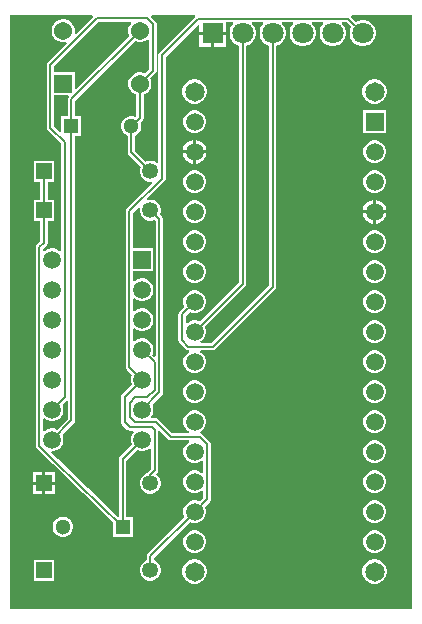
<source format=gtl>
G04*
G04 #@! TF.GenerationSoftware,Altium Limited,Altium Designer,21.9.1 (22)*
G04*
G04 Layer_Physical_Order=1*
G04 Layer_Color=255*
%FSLAX25Y25*%
%MOIN*%
G70*
G04*
G04 #@! TF.SameCoordinates,04C95DCE-10AD-4B50-8E95-557A3389731F*
G04*
G04*
G04 #@! TF.FilePolarity,Positive*
G04*
G01*
G75*
%ADD19C,0.06063*%
%ADD20R,0.06063X0.06063*%
%ADD28C,0.00800*%
%ADD29C,0.07087*%
%ADD30R,0.07087X0.07087*%
%ADD31C,0.05118*%
%ADD32R,0.05118X0.05118*%
%ADD33C,0.05937*%
%ADD34R,0.05906X0.05906*%
%ADD35C,0.05906*%
%ADD36R,0.05937X0.05937*%
%ADD37C,0.06500*%
%ADD38R,0.05315X0.05315*%
%ADD39C,0.05315*%
G36*
X118000Y96000D02*
X252000D01*
Y294000D01*
X231937D01*
X231730Y293500D01*
X233418Y291813D01*
X233823Y292047D01*
X234928Y292343D01*
X236072D01*
X237176Y292047D01*
X238167Y291476D01*
X238976Y290667D01*
X239547Y289676D01*
X239843Y288572D01*
Y287428D01*
X239547Y286323D01*
X238976Y285333D01*
X238167Y284524D01*
X237176Y283953D01*
X236072Y283657D01*
X234928D01*
X233823Y283953D01*
X232833Y284524D01*
X232025Y285333D01*
X231453Y286323D01*
X231157Y287428D01*
Y288572D01*
X231453Y289676D01*
X231687Y290083D01*
X230193Y291577D01*
X228773D01*
X228566Y291076D01*
X228976Y290667D01*
X229547Y289676D01*
X229843Y288572D01*
Y287428D01*
X229547Y286323D01*
X228976Y285333D01*
X228167Y284524D01*
X227176Y283953D01*
X226072Y283657D01*
X224928D01*
X223823Y283953D01*
X222833Y284524D01*
X222024Y285333D01*
X221453Y286323D01*
X221157Y287428D01*
Y288572D01*
X221453Y289676D01*
X222024Y290667D01*
X222434Y291076D01*
X222227Y291577D01*
X218773D01*
X218566Y291076D01*
X218975Y290667D01*
X219547Y289676D01*
X219843Y288572D01*
Y287428D01*
X219547Y286323D01*
X218975Y285333D01*
X218167Y284524D01*
X217177Y283953D01*
X216072Y283657D01*
X214928D01*
X213824Y283953D01*
X212833Y284524D01*
X212024Y285333D01*
X211453Y286323D01*
X211157Y287428D01*
Y288572D01*
X211453Y289676D01*
X212024Y290667D01*
X212434Y291076D01*
X212227Y291577D01*
X208773D01*
X208566Y291076D01*
X208976Y290667D01*
X209547Y289676D01*
X209843Y288572D01*
Y287428D01*
X209547Y286323D01*
X208976Y285333D01*
X208167Y284524D01*
X207176Y283953D01*
X206723Y283831D01*
Y203500D01*
X206630Y203032D01*
X206365Y202635D01*
X186365Y182635D01*
X185968Y182370D01*
X185500Y182276D01*
X181496D01*
X181362Y181776D01*
X181814Y181516D01*
X182516Y180814D01*
X183012Y179955D01*
X183268Y178996D01*
Y178004D01*
X183012Y177045D01*
X182516Y176186D01*
X181814Y175484D01*
X180955Y174988D01*
X179996Y174732D01*
X179004D01*
X178045Y174988D01*
X177186Y175484D01*
X176484Y176186D01*
X175988Y177045D01*
X175732Y178004D01*
Y178996D01*
X175988Y179955D01*
X176484Y180814D01*
X177186Y181516D01*
X177638Y181776D01*
X177504Y182276D01*
X177400D01*
X176932Y182370D01*
X176535Y182635D01*
X174435Y184735D01*
X174170Y185132D01*
X174076Y185600D01*
Y194300D01*
X174170Y194768D01*
X174435Y195165D01*
X176108Y196838D01*
X175988Y197045D01*
X175732Y198004D01*
Y198996D01*
X175988Y199955D01*
X176484Y200814D01*
X177186Y201516D01*
X178045Y202012D01*
X179004Y202269D01*
X179996D01*
X180955Y202012D01*
X181814Y201516D01*
X182516Y200814D01*
X183012Y199955D01*
X183268Y198996D01*
Y198004D01*
X183012Y197045D01*
X182516Y196186D01*
X181814Y195484D01*
X180955Y194988D01*
X179996Y194731D01*
X179004D01*
X178045Y194988D01*
X177838Y195108D01*
X176523Y193793D01*
Y191506D01*
X176985Y191315D01*
X177186Y191516D01*
X178045Y192012D01*
X179004Y192269D01*
X179996D01*
X180955Y192012D01*
X181162Y191892D01*
X194276Y205007D01*
Y283831D01*
X193824Y283953D01*
X192833Y284524D01*
X192025Y285333D01*
X191453Y286323D01*
X191157Y287428D01*
Y288572D01*
X191453Y289676D01*
X192025Y290667D01*
X192434Y291076D01*
X192227Y291577D01*
X190043D01*
Y288500D01*
X180957D01*
Y290573D01*
X180495Y290764D01*
X169824Y280093D01*
Y239500D01*
X169730Y239032D01*
X169465Y238635D01*
X163638Y232808D01*
X163897Y232360D01*
X164261Y232457D01*
X165172D01*
X166051Y232222D01*
X166840Y231767D01*
X167483Y231123D01*
X167938Y230334D01*
X168174Y229455D01*
Y228545D01*
X167938Y227665D01*
X167881Y227566D01*
X168618Y226829D01*
X168883Y226432D01*
X168976Y225964D01*
Y168253D01*
X168883Y167785D01*
X168618Y167388D01*
X165381Y164150D01*
X165497Y163949D01*
X165753Y162994D01*
Y162006D01*
X165497Y161051D01*
X165003Y160196D01*
X164840Y160033D01*
X165031Y159571D01*
X166746D01*
X167214Y159478D01*
X167611Y159212D01*
X172100Y154724D01*
X177504D01*
X177638Y155224D01*
X177186Y155484D01*
X176484Y156186D01*
X175988Y157045D01*
X175732Y158004D01*
Y158996D01*
X175988Y159955D01*
X176484Y160814D01*
X177186Y161516D01*
X178045Y162012D01*
X179004Y162268D01*
X179996D01*
X180955Y162012D01*
X181814Y161516D01*
X182516Y160814D01*
X183012Y159955D01*
X183268Y158996D01*
Y158004D01*
X183012Y157045D01*
X182516Y156186D01*
X181814Y155484D01*
X181333Y155207D01*
X181420Y154680D01*
X181668Y154630D01*
X182065Y154365D01*
X184565Y151865D01*
X184830Y151468D01*
X184924Y151000D01*
Y132700D01*
X184830Y132232D01*
X184565Y131835D01*
X182892Y130162D01*
X183012Y129955D01*
X183268Y128996D01*
Y128004D01*
X183012Y127045D01*
X182516Y126186D01*
X181814Y125484D01*
X180955Y124988D01*
X179996Y124732D01*
X179004D01*
X178045Y124988D01*
X177838Y125108D01*
X165940Y113210D01*
Y112252D01*
X166051Y112222D01*
X166840Y111767D01*
X167483Y111123D01*
X167938Y110335D01*
X168174Y109455D01*
Y108545D01*
X167938Y107666D01*
X167483Y106877D01*
X166840Y106233D01*
X166051Y105778D01*
X165172Y105543D01*
X164261D01*
X163382Y105778D01*
X162594Y106233D01*
X161950Y106877D01*
X161495Y107666D01*
X161259Y108545D01*
Y109455D01*
X161495Y110335D01*
X161950Y111123D01*
X162594Y111767D01*
X163382Y112222D01*
X163493Y112252D01*
Y113717D01*
X163586Y114185D01*
X163851Y114582D01*
X176108Y126838D01*
X175988Y127045D01*
X175732Y128004D01*
Y128996D01*
X175988Y129955D01*
X176484Y130814D01*
X177186Y131516D01*
X178045Y132012D01*
X179004Y132269D01*
X179996D01*
X180955Y132012D01*
X181162Y131892D01*
X182476Y133207D01*
Y135494D01*
X182015Y135685D01*
X181814Y135484D01*
X180955Y134988D01*
X179996Y134731D01*
X179004D01*
X178045Y134988D01*
X177186Y135484D01*
X176484Y136186D01*
X175988Y137045D01*
X175732Y138004D01*
Y138996D01*
X175988Y139955D01*
X176484Y140814D01*
X177186Y141516D01*
X178045Y142012D01*
X179004Y142269D01*
X179996D01*
X180955Y142012D01*
X181814Y141516D01*
X182015Y141315D01*
X182476Y141506D01*
Y145494D01*
X182015Y145685D01*
X181814Y145484D01*
X180955Y144988D01*
X179996Y144731D01*
X179004D01*
X178045Y144988D01*
X177186Y145484D01*
X176484Y146186D01*
X175988Y147045D01*
X175732Y148004D01*
Y148996D01*
X175988Y149955D01*
X176484Y150814D01*
X177186Y151516D01*
X177638Y151777D01*
X177504Y152277D01*
X171593D01*
X171125Y152370D01*
X170728Y152635D01*
X167923Y155439D01*
X167423Y155232D01*
Y142300D01*
X167330Y141832D01*
X167065Y141435D01*
X166788Y141158D01*
X166840Y140767D01*
X167483Y140123D01*
X167938Y139334D01*
X168174Y138455D01*
Y137545D01*
X167938Y136665D01*
X167483Y135877D01*
X166840Y135233D01*
X166051Y134778D01*
X165172Y134543D01*
X164261D01*
X163382Y134778D01*
X162594Y135233D01*
X161950Y135877D01*
X161495Y136665D01*
X161259Y137545D01*
Y138455D01*
X161495Y139334D01*
X161950Y140123D01*
X162594Y140767D01*
X163382Y141222D01*
X163584Y141276D01*
X163586Y141285D01*
X163851Y141682D01*
X164977Y142807D01*
Y149516D01*
X164515Y149707D01*
X164304Y149497D01*
X163449Y149003D01*
X162494Y148747D01*
X161506D01*
X160552Y149003D01*
X160350Y149119D01*
X156771Y145540D01*
Y126859D01*
X158906D01*
Y120141D01*
X152188D01*
Y125034D01*
X132252Y144218D01*
X132245Y144228D01*
X132235Y144235D01*
X126935Y149535D01*
X126670Y149932D01*
X126576Y150400D01*
Y216700D01*
X126670Y217168D01*
X126935Y217565D01*
X128060Y218690D01*
Y225542D01*
X125826D01*
Y232457D01*
X128060D01*
Y238543D01*
X125826D01*
Y245458D01*
X132741D01*
Y238543D01*
X130507D01*
Y232457D01*
X132741D01*
Y225542D01*
X130507D01*
Y218183D01*
X130414Y217715D01*
X130149Y217318D01*
X129024Y216193D01*
Y215484D01*
X129485Y215293D01*
X129696Y215503D01*
X130552Y215997D01*
X131506Y216253D01*
X132494D01*
X133449Y215997D01*
X134304Y215503D01*
X134515Y215293D01*
X134976Y215484D01*
Y251193D01*
X130535Y255635D01*
X130270Y256032D01*
X130176Y256500D01*
Y277500D01*
X130270Y277968D01*
X130535Y278365D01*
X136851Y284681D01*
X136592Y285129D01*
X136209Y285027D01*
X135200D01*
X134226Y285288D01*
X133352Y285792D01*
X132639Y286506D01*
X132134Y287379D01*
X131873Y288354D01*
Y289363D01*
X132134Y290337D01*
X132639Y291211D01*
X133352Y291924D01*
X134226Y292429D01*
X135200Y292690D01*
X136209D01*
X137184Y292429D01*
X138057Y291924D01*
X138771Y291211D01*
X139275Y290337D01*
X139536Y289363D01*
Y288354D01*
X139434Y287971D01*
X139882Y287712D01*
X145670Y293500D01*
X145463Y294000D01*
X118000D01*
Y96000D01*
D02*
G37*
G36*
X132624Y276993D02*
Y274973D01*
X139536D01*
Y269483D01*
X139998Y269291D01*
X157857Y287150D01*
X157725Y287379D01*
X157464Y288354D01*
Y289363D01*
X157725Y290337D01*
X158229Y291211D01*
X158433Y291415D01*
X158242Y291877D01*
X147507D01*
X132624Y276993D01*
D02*
G37*
G36*
Y257007D02*
X134632Y254998D01*
X135094Y255190D01*
Y260359D01*
X137229D01*
Y266016D01*
X137322Y266484D01*
X137540Y266810D01*
X137399Y267310D01*
X132624D01*
Y257007D01*
D02*
G37*
G36*
X165030Y293500D02*
X166465Y292065D01*
X166730Y291668D01*
X166823Y291200D01*
Y275447D01*
X166730Y274978D01*
X166465Y274581D01*
X164733Y272850D01*
X164866Y272621D01*
X165127Y271646D01*
Y270637D01*
X164866Y269663D01*
X164361Y268789D01*
X163648Y268076D01*
X162774Y267571D01*
X162519Y267503D01*
Y259842D01*
X162426Y259374D01*
X162160Y258977D01*
X161545Y258362D01*
X161583Y258296D01*
X161812Y257442D01*
Y256558D01*
X161583Y255703D01*
X161141Y254938D01*
X160515Y254312D01*
X159749Y253870D01*
X159676Y253850D01*
Y248771D01*
X163283Y245164D01*
X163382Y245222D01*
X164261Y245458D01*
X165172D01*
X166051Y245222D01*
X166840Y244767D01*
X166915Y244692D01*
X167376Y244883D01*
Y280600D01*
X167470Y281068D01*
X167735Y281465D01*
X179770Y293500D01*
X179563Y294000D01*
X165237D01*
X165030Y293500D01*
D02*
G37*
G36*
X163648Y285792D02*
X162774Y285288D01*
X161800Y285027D01*
X160791D01*
X159816Y285288D01*
X159587Y285420D01*
X139676Y265509D01*
Y260359D01*
X141812D01*
Y253641D01*
X139676D01*
Y158953D01*
X139583Y158485D01*
X139318Y158088D01*
X135380Y154150D01*
X135497Y153948D01*
X135753Y152994D01*
Y152006D01*
X135497Y151051D01*
X135003Y150196D01*
X134304Y149497D01*
X133449Y149003D01*
X132494Y148747D01*
X131890D01*
X131683Y148247D01*
X133957Y145974D01*
X153821Y126859D01*
X154324D01*
Y146047D01*
X154417Y146515D01*
X154682Y146912D01*
X158619Y150850D01*
X158503Y151051D01*
X158247Y152006D01*
Y152994D01*
X158503Y153948D01*
X158997Y154804D01*
X159219Y155026D01*
X159027Y155488D01*
X157936D01*
X157468Y155581D01*
X157071Y155846D01*
X155382Y157535D01*
X155117Y157932D01*
X155024Y158400D01*
Y166747D01*
X155117Y167215D01*
X155382Y167612D01*
X158619Y170850D01*
X158503Y171052D01*
X158247Y172006D01*
Y172994D01*
X158503Y173949D01*
X158619Y174150D01*
X156935Y175835D01*
X156670Y176232D01*
X156577Y176700D01*
Y228700D01*
X156670Y229168D01*
X156935Y229565D01*
X165476Y238106D01*
X165217Y238555D01*
X165172Y238543D01*
X164261D01*
X163382Y238778D01*
X162594Y239233D01*
X161950Y239877D01*
X161495Y240666D01*
X161259Y241545D01*
Y242455D01*
X161495Y243335D01*
X161552Y243434D01*
X157588Y247399D01*
X157322Y247796D01*
X157229Y248264D01*
Y253850D01*
X157156Y253870D01*
X156390Y254312D01*
X155765Y254938D01*
X155323Y255703D01*
X155094Y256558D01*
Y257442D01*
X155323Y258296D01*
X155765Y259063D01*
X156390Y259688D01*
X157156Y260130D01*
X158011Y260359D01*
X158895D01*
X159652Y260156D01*
X159961Y260384D01*
X160072Y260516D01*
Y267503D01*
X159816Y267571D01*
X158943Y268076D01*
X158229Y268789D01*
X157725Y269663D01*
X157464Y270637D01*
Y271646D01*
X157725Y272621D01*
X158229Y273494D01*
X158943Y274208D01*
X159816Y274712D01*
X160791Y274973D01*
X161800D01*
X162774Y274712D01*
X163003Y274580D01*
X164376Y275953D01*
Y285814D01*
X163876Y286021D01*
X163648Y285792D01*
D02*
G37*
G36*
X159023Y228193D02*
Y216253D01*
X165753D01*
Y208747D01*
X159023D01*
Y205484D01*
X159485Y205293D01*
X159696Y205503D01*
X160552Y205997D01*
X161506Y206253D01*
X162494D01*
X163449Y205997D01*
X164304Y205503D01*
X165003Y204804D01*
X165497Y203948D01*
X165753Y202994D01*
Y202006D01*
X165497Y201051D01*
X165003Y200196D01*
X164304Y199497D01*
X163449Y199003D01*
X162494Y198747D01*
X161506D01*
X160552Y199003D01*
X159696Y199497D01*
X159485Y199707D01*
X159023Y199516D01*
Y195484D01*
X159485Y195293D01*
X159696Y195503D01*
X160552Y195997D01*
X161506Y196253D01*
X162494D01*
X163449Y195997D01*
X164304Y195503D01*
X165003Y194804D01*
X165497Y193948D01*
X165753Y192994D01*
Y192006D01*
X165497Y191051D01*
X165003Y190196D01*
X164304Y189497D01*
X163449Y189003D01*
X162494Y188747D01*
X161506D01*
X160552Y189003D01*
X159696Y189497D01*
X159485Y189707D01*
X159023Y189516D01*
Y185484D01*
X159485Y185293D01*
X159696Y185503D01*
X160552Y185997D01*
X161506Y186253D01*
X162494D01*
X163449Y185997D01*
X164304Y185503D01*
X165003Y184804D01*
X165497Y183949D01*
X165753Y182994D01*
Y182006D01*
X165497Y181052D01*
X165381Y180850D01*
X166067Y180163D01*
X166529Y180354D01*
Y225457D01*
X166151Y225836D01*
X166051Y225778D01*
X165172Y225542D01*
X164261D01*
X163382Y225778D01*
X162594Y226233D01*
X161950Y226877D01*
X161495Y227665D01*
X161259Y228545D01*
Y229455D01*
X161357Y229819D01*
X160908Y230078D01*
X159023Y228193D01*
D02*
G37*
G36*
X198566Y291076D02*
X198976Y290667D01*
X199547Y289676D01*
X199843Y288572D01*
Y287428D01*
X199547Y286323D01*
X198976Y285333D01*
X198167Y284524D01*
X197176Y283953D01*
X196723Y283831D01*
Y204500D01*
X196630Y204032D01*
X196365Y203635D01*
X182892Y190162D01*
X183012Y189955D01*
X183268Y188996D01*
Y188004D01*
X183012Y187045D01*
X182516Y186186D01*
X181814Y185484D01*
X181362Y185223D01*
X181496Y184723D01*
X184993D01*
X204276Y204007D01*
Y283831D01*
X203824Y283953D01*
X202833Y284524D01*
X202025Y285333D01*
X201453Y286323D01*
X201157Y287428D01*
Y288572D01*
X201453Y289676D01*
X202025Y290667D01*
X202434Y291076D01*
X202227Y291577D01*
X198773D01*
X198566Y291076D01*
D02*
G37*
G36*
X135380Y164150D02*
X135497Y163949D01*
X135753Y162994D01*
Y162006D01*
X135497Y161051D01*
X135003Y160196D01*
X134304Y159497D01*
X133449Y159003D01*
X132494Y158747D01*
X131506D01*
X130552Y159003D01*
X129696Y159497D01*
X129485Y159707D01*
X129024Y159516D01*
Y155484D01*
X129485Y155293D01*
X129696Y155503D01*
X130552Y155997D01*
X131506Y156253D01*
X132494D01*
X133449Y155997D01*
X133650Y155880D01*
X137229Y159460D01*
Y165292D01*
X136729Y165499D01*
X135380Y164150D01*
D02*
G37*
%LPC*%
G36*
X180957Y287500D02*
X185000D01*
Y283457D01*
X180957D01*
Y287500D01*
D02*
G37*
G36*
X186000D02*
X190043D01*
Y283457D01*
X186000D01*
Y287500D01*
D02*
G37*
G36*
X178967Y272550D02*
X180033D01*
X181063Y272274D01*
X181987Y271741D01*
X182741Y270987D01*
X183274Y270063D01*
X183550Y269033D01*
Y267967D01*
X183274Y266937D01*
X182741Y266013D01*
X181987Y265259D01*
X181063Y264726D01*
X180033Y264450D01*
X178967D01*
X177937Y264726D01*
X177013Y265259D01*
X176259Y266013D01*
X175726Y266937D01*
X175450Y267967D01*
Y269033D01*
X175726Y270063D01*
X176259Y270987D01*
X177013Y271741D01*
X177937Y272274D01*
X178967Y272550D01*
D02*
G37*
G36*
X238967D02*
X240033D01*
X241063Y272274D01*
X241987Y271741D01*
X242741Y270987D01*
X243274Y270063D01*
X243550Y269033D01*
Y267967D01*
X243274Y266937D01*
X242741Y266013D01*
X241987Y265259D01*
X241063Y264726D01*
X240033Y264450D01*
X238967D01*
X237937Y264726D01*
X237013Y265259D01*
X236259Y266013D01*
X235726Y266937D01*
X235450Y267967D01*
Y269033D01*
X235726Y270063D01*
X236259Y270987D01*
X237013Y271741D01*
X237937Y272274D01*
X238967Y272550D01*
D02*
G37*
G36*
X179004Y262268D02*
X179996D01*
X180955Y262012D01*
X181814Y261515D01*
X182516Y260814D01*
X183012Y259955D01*
X183268Y258996D01*
Y258004D01*
X183012Y257045D01*
X182516Y256186D01*
X181814Y255485D01*
X180955Y254988D01*
X179996Y254731D01*
X179004D01*
X178045Y254988D01*
X177186Y255485D01*
X176484Y256186D01*
X175988Y257045D01*
X175732Y258004D01*
Y258996D01*
X175988Y259955D01*
X176484Y260814D01*
X177186Y261515D01*
X178045Y262012D01*
X179004Y262268D01*
D02*
G37*
G36*
X235732D02*
X243268D01*
Y254731D01*
X235732D01*
Y262268D01*
D02*
G37*
G36*
X178978Y252468D02*
X179000D01*
Y249000D01*
X175531D01*
Y249023D01*
X175802Y250032D01*
X176324Y250937D01*
X177063Y251676D01*
X177968Y252198D01*
X178978Y252468D01*
D02*
G37*
G36*
X180000D02*
X180023D01*
X181032Y252198D01*
X181937Y251676D01*
X182676Y250937D01*
X183198Y250032D01*
X183468Y249023D01*
Y249000D01*
X180000D01*
Y252468D01*
D02*
G37*
G36*
X239004Y252269D02*
X239996D01*
X240955Y252012D01*
X241814Y251516D01*
X242515Y250814D01*
X243012Y249955D01*
X243268Y248996D01*
Y248004D01*
X243012Y247045D01*
X242515Y246186D01*
X241814Y245484D01*
X240955Y244988D01*
X239996Y244731D01*
X239004D01*
X238045Y244988D01*
X237186Y245484D01*
X236485Y246186D01*
X235988Y247045D01*
X235732Y248004D01*
Y248996D01*
X235988Y249955D01*
X236485Y250814D01*
X237186Y251516D01*
X238045Y252012D01*
X239004Y252269D01*
D02*
G37*
G36*
X175531Y248000D02*
X179000D01*
Y244531D01*
X178978D01*
X177968Y244802D01*
X177063Y245324D01*
X176324Y246063D01*
X175802Y246968D01*
X175531Y247977D01*
Y248000D01*
D02*
G37*
G36*
X180000D02*
X183468D01*
Y247977D01*
X183198Y246968D01*
X182676Y246063D01*
X181937Y245324D01*
X181032Y244802D01*
X180023Y244531D01*
X180000D01*
Y248000D01*
D02*
G37*
G36*
X179004Y242268D02*
X179996D01*
X180955Y242012D01*
X181814Y241515D01*
X182516Y240814D01*
X183012Y239955D01*
X183268Y238996D01*
Y238004D01*
X183012Y237045D01*
X182516Y236186D01*
X181814Y235485D01*
X180955Y234988D01*
X179996Y234732D01*
X179004D01*
X178045Y234988D01*
X177186Y235485D01*
X176484Y236186D01*
X175988Y237045D01*
X175732Y238004D01*
Y238996D01*
X175988Y239955D01*
X176484Y240814D01*
X177186Y241515D01*
X178045Y242012D01*
X179004Y242268D01*
D02*
G37*
G36*
X239004D02*
X239996D01*
X240955Y242012D01*
X241814Y241515D01*
X242515Y240814D01*
X243012Y239955D01*
X243268Y238996D01*
Y238004D01*
X243012Y237045D01*
X242515Y236186D01*
X241814Y235485D01*
X240955Y234988D01*
X239996Y234732D01*
X239004D01*
X238045Y234988D01*
X237186Y235485D01*
X236485Y236186D01*
X235988Y237045D01*
X235732Y238004D01*
Y238996D01*
X235988Y239955D01*
X236485Y240814D01*
X237186Y241515D01*
X238045Y242012D01*
X239004Y242268D01*
D02*
G37*
G36*
X238978Y232469D02*
X239000D01*
Y229000D01*
X235531D01*
Y229023D01*
X235802Y230032D01*
X236324Y230937D01*
X237063Y231676D01*
X237968Y232198D01*
X238978Y232469D01*
D02*
G37*
G36*
X240000D02*
X240022D01*
X241032Y232198D01*
X241937Y231676D01*
X242676Y230937D01*
X243198Y230032D01*
X243468Y229023D01*
Y229000D01*
X240000D01*
Y232469D01*
D02*
G37*
G36*
X179004Y232269D02*
X179996D01*
X180955Y232012D01*
X181814Y231516D01*
X182516Y230814D01*
X183012Y229955D01*
X183268Y228996D01*
Y228004D01*
X183012Y227045D01*
X182516Y226186D01*
X181814Y225484D01*
X180955Y224988D01*
X179996Y224731D01*
X179004D01*
X178045Y224988D01*
X177186Y225484D01*
X176484Y226186D01*
X175988Y227045D01*
X175732Y228004D01*
Y228996D01*
X175988Y229955D01*
X176484Y230814D01*
X177186Y231516D01*
X178045Y232012D01*
X179004Y232269D01*
D02*
G37*
G36*
X235531Y228000D02*
X239000D01*
Y224532D01*
X238978D01*
X237968Y224802D01*
X237063Y225324D01*
X236324Y226063D01*
X235802Y226968D01*
X235531Y227977D01*
Y228000D01*
D02*
G37*
G36*
X240000D02*
X243468D01*
Y227977D01*
X243198Y226968D01*
X242676Y226063D01*
X241937Y225324D01*
X241032Y224802D01*
X240022Y224532D01*
X240000D01*
Y228000D01*
D02*
G37*
G36*
X179004Y222269D02*
X179996D01*
X180955Y222012D01*
X181814Y221515D01*
X182516Y220814D01*
X183012Y219955D01*
X183268Y218996D01*
Y218004D01*
X183012Y217045D01*
X182516Y216186D01*
X181814Y215484D01*
X180955Y214988D01*
X179996Y214732D01*
X179004D01*
X178045Y214988D01*
X177186Y215484D01*
X176484Y216186D01*
X175988Y217045D01*
X175732Y218004D01*
Y218996D01*
X175988Y219955D01*
X176484Y220814D01*
X177186Y221515D01*
X178045Y222012D01*
X179004Y222269D01*
D02*
G37*
G36*
X239004D02*
X239996D01*
X240955Y222012D01*
X241814Y221515D01*
X242515Y220814D01*
X243012Y219955D01*
X243268Y218996D01*
Y218004D01*
X243012Y217045D01*
X242515Y216186D01*
X241814Y215484D01*
X240955Y214988D01*
X239996Y214732D01*
X239004D01*
X238045Y214988D01*
X237186Y215484D01*
X236485Y216186D01*
X235988Y217045D01*
X235732Y218004D01*
Y218996D01*
X235988Y219955D01*
X236485Y220814D01*
X237186Y221515D01*
X238045Y222012D01*
X239004Y222269D01*
D02*
G37*
G36*
X179004Y212268D02*
X179996D01*
X180955Y212012D01*
X181814Y211515D01*
X182516Y210814D01*
X183012Y209955D01*
X183268Y208996D01*
Y208004D01*
X183012Y207045D01*
X182516Y206186D01*
X181814Y205485D01*
X180955Y204988D01*
X179996Y204731D01*
X179004D01*
X178045Y204988D01*
X177186Y205485D01*
X176484Y206186D01*
X175988Y207045D01*
X175732Y208004D01*
Y208996D01*
X175988Y209955D01*
X176484Y210814D01*
X177186Y211515D01*
X178045Y212012D01*
X179004Y212268D01*
D02*
G37*
G36*
X239004D02*
X239996D01*
X240955Y212012D01*
X241814Y211515D01*
X242515Y210814D01*
X243012Y209955D01*
X243268Y208996D01*
Y208004D01*
X243012Y207045D01*
X242515Y206186D01*
X241814Y205485D01*
X240955Y204988D01*
X239996Y204731D01*
X239004D01*
X238045Y204988D01*
X237186Y205485D01*
X236485Y206186D01*
X235988Y207045D01*
X235732Y208004D01*
Y208996D01*
X235988Y209955D01*
X236485Y210814D01*
X237186Y211515D01*
X238045Y212012D01*
X239004Y212268D01*
D02*
G37*
G36*
Y202269D02*
X239996D01*
X240955Y202012D01*
X241814Y201516D01*
X242515Y200814D01*
X243012Y199955D01*
X243268Y198996D01*
Y198004D01*
X243012Y197045D01*
X242515Y196186D01*
X241814Y195484D01*
X240955Y194988D01*
X239996Y194731D01*
X239004D01*
X238045Y194988D01*
X237186Y195484D01*
X236485Y196186D01*
X235988Y197045D01*
X235732Y198004D01*
Y198996D01*
X235988Y199955D01*
X236485Y200814D01*
X237186Y201516D01*
X238045Y202012D01*
X239004Y202269D01*
D02*
G37*
G36*
Y192269D02*
X239996D01*
X240955Y192012D01*
X241814Y191516D01*
X242515Y190814D01*
X243012Y189955D01*
X243268Y188996D01*
Y188004D01*
X243012Y187045D01*
X242515Y186186D01*
X241814Y185484D01*
X240955Y184988D01*
X239996Y184731D01*
X239004D01*
X238045Y184988D01*
X237186Y185484D01*
X236485Y186186D01*
X235988Y187045D01*
X235732Y188004D01*
Y188996D01*
X235988Y189955D01*
X236485Y190814D01*
X237186Y191516D01*
X238045Y192012D01*
X239004Y192269D01*
D02*
G37*
G36*
Y182269D02*
X239996D01*
X240955Y182012D01*
X241814Y181516D01*
X242515Y180814D01*
X243012Y179955D01*
X243268Y178996D01*
Y178004D01*
X243012Y177045D01*
X242515Y176186D01*
X241814Y175484D01*
X240955Y174988D01*
X239996Y174732D01*
X239004D01*
X238045Y174988D01*
X237186Y175484D01*
X236485Y176186D01*
X235988Y177045D01*
X235732Y178004D01*
Y178996D01*
X235988Y179955D01*
X236485Y180814D01*
X237186Y181516D01*
X238045Y182012D01*
X239004Y182269D01*
D02*
G37*
G36*
X179004Y172268D02*
X179996D01*
X180955Y172012D01*
X181814Y171516D01*
X182516Y170814D01*
X183012Y169955D01*
X183268Y168996D01*
Y168004D01*
X183012Y167045D01*
X182516Y166186D01*
X181814Y165484D01*
X180955Y164988D01*
X179996Y164732D01*
X179004D01*
X178045Y164988D01*
X177186Y165484D01*
X176484Y166186D01*
X175988Y167045D01*
X175732Y168004D01*
Y168996D01*
X175988Y169955D01*
X176484Y170814D01*
X177186Y171516D01*
X178045Y172012D01*
X179004Y172268D01*
D02*
G37*
G36*
X239004D02*
X239996D01*
X240955Y172012D01*
X241814Y171516D01*
X242515Y170814D01*
X243012Y169955D01*
X243268Y168996D01*
Y168004D01*
X243012Y167045D01*
X242515Y166186D01*
X241814Y165484D01*
X240955Y164988D01*
X239996Y164732D01*
X239004D01*
X238045Y164988D01*
X237186Y165484D01*
X236485Y166186D01*
X235988Y167045D01*
X235732Y168004D01*
Y168996D01*
X235988Y169955D01*
X236485Y170814D01*
X237186Y171516D01*
X238045Y172012D01*
X239004Y172268D01*
D02*
G37*
G36*
Y162268D02*
X239996D01*
X240955Y162012D01*
X241814Y161516D01*
X242515Y160814D01*
X243012Y159955D01*
X243268Y158996D01*
Y158004D01*
X243012Y157045D01*
X242515Y156186D01*
X241814Y155484D01*
X240955Y154988D01*
X239996Y154732D01*
X239004D01*
X238045Y154988D01*
X237186Y155484D01*
X236485Y156186D01*
X235988Y157045D01*
X235732Y158004D01*
Y158996D01*
X235988Y159955D01*
X236485Y160814D01*
X237186Y161516D01*
X238045Y162012D01*
X239004Y162268D01*
D02*
G37*
G36*
Y152269D02*
X239996D01*
X240955Y152012D01*
X241814Y151516D01*
X242515Y150814D01*
X243012Y149955D01*
X243268Y148996D01*
Y148004D01*
X243012Y147045D01*
X242515Y146186D01*
X241814Y145484D01*
X240955Y144988D01*
X239996Y144731D01*
X239004D01*
X238045Y144988D01*
X237186Y145484D01*
X236485Y146186D01*
X235988Y147045D01*
X235732Y148004D01*
Y148996D01*
X235988Y149955D01*
X236485Y150814D01*
X237186Y151516D01*
X238045Y152012D01*
X239004Y152269D01*
D02*
G37*
G36*
X125626Y141657D02*
X128783D01*
Y138500D01*
X125626D01*
Y141657D01*
D02*
G37*
G36*
X129783D02*
X132941D01*
Y138500D01*
X129783D01*
Y141657D01*
D02*
G37*
G36*
X239004Y142269D02*
X239996D01*
X240955Y142012D01*
X241814Y141516D01*
X242515Y140814D01*
X243012Y139955D01*
X243268Y138996D01*
Y138004D01*
X243012Y137045D01*
X242515Y136186D01*
X241814Y135484D01*
X240955Y134988D01*
X239996Y134731D01*
X239004D01*
X238045Y134988D01*
X237186Y135484D01*
X236485Y136186D01*
X235988Y137045D01*
X235732Y138004D01*
Y138996D01*
X235988Y139955D01*
X236485Y140814D01*
X237186Y141516D01*
X238045Y142012D01*
X239004Y142269D01*
D02*
G37*
G36*
X125626Y137500D02*
X128783D01*
Y134343D01*
X125626D01*
Y137500D01*
D02*
G37*
G36*
X129783D02*
X132941D01*
Y134343D01*
X129783D01*
Y137500D01*
D02*
G37*
G36*
X239004Y132269D02*
X239996D01*
X240955Y132012D01*
X241814Y131516D01*
X242515Y130814D01*
X243012Y129955D01*
X243268Y128996D01*
Y128004D01*
X243012Y127045D01*
X242515Y126186D01*
X241814Y125484D01*
X240955Y124988D01*
X239996Y124732D01*
X239004D01*
X238045Y124988D01*
X237186Y125484D01*
X236485Y126186D01*
X235988Y127045D01*
X235732Y128004D01*
Y128996D01*
X235988Y129955D01*
X236485Y130814D01*
X237186Y131516D01*
X238045Y132012D01*
X239004Y132269D01*
D02*
G37*
G36*
X135105Y126859D02*
X135989D01*
X136844Y126630D01*
X137610Y126188D01*
X138235Y125563D01*
X138677Y124797D01*
X138906Y123942D01*
Y123058D01*
X138677Y122203D01*
X138235Y121438D01*
X137610Y120812D01*
X136844Y120370D01*
X135989Y120141D01*
X135105D01*
X134251Y120370D01*
X133485Y120812D01*
X132859Y121438D01*
X132417Y122203D01*
X132188Y123058D01*
Y123942D01*
X132417Y124797D01*
X132859Y125563D01*
X133485Y126188D01*
X134251Y126630D01*
X135105Y126859D01*
D02*
G37*
G36*
X179004Y122268D02*
X179996D01*
X180955Y122012D01*
X181814Y121516D01*
X182516Y120814D01*
X183012Y119955D01*
X183268Y118996D01*
Y118004D01*
X183012Y117045D01*
X182516Y116186D01*
X181814Y115484D01*
X180955Y114988D01*
X179996Y114732D01*
X179004D01*
X178045Y114988D01*
X177186Y115484D01*
X176484Y116186D01*
X175988Y117045D01*
X175732Y118004D01*
Y118996D01*
X175988Y119955D01*
X176484Y120814D01*
X177186Y121516D01*
X178045Y122012D01*
X179004Y122268D01*
D02*
G37*
G36*
X239004D02*
X239996D01*
X240955Y122012D01*
X241814Y121516D01*
X242515Y120814D01*
X243012Y119955D01*
X243268Y118996D01*
Y118004D01*
X243012Y117045D01*
X242515Y116186D01*
X241814Y115484D01*
X240955Y114988D01*
X239996Y114732D01*
X239004D01*
X238045Y114988D01*
X237186Y115484D01*
X236485Y116186D01*
X235988Y117045D01*
X235732Y118004D01*
Y118996D01*
X235988Y119955D01*
X236485Y120814D01*
X237186Y121516D01*
X238045Y122012D01*
X239004Y122268D01*
D02*
G37*
G36*
X125826Y112458D02*
X132741D01*
Y105543D01*
X125826D01*
Y112458D01*
D02*
G37*
G36*
X178967Y112550D02*
X180033D01*
X181063Y112274D01*
X181987Y111741D01*
X182741Y110987D01*
X183274Y110063D01*
X183550Y109033D01*
Y107967D01*
X183274Y106937D01*
X182741Y106013D01*
X181987Y105259D01*
X181063Y104726D01*
X180033Y104450D01*
X178967D01*
X177937Y104726D01*
X177013Y105259D01*
X176259Y106013D01*
X175726Y106937D01*
X175450Y107967D01*
Y109033D01*
X175726Y110063D01*
X176259Y110987D01*
X177013Y111741D01*
X177937Y112274D01*
X178967Y112550D01*
D02*
G37*
G36*
X238967D02*
X240033D01*
X241063Y112274D01*
X241987Y111741D01*
X242741Y110987D01*
X243274Y110063D01*
X243550Y109033D01*
Y107967D01*
X243274Y106937D01*
X242741Y106013D01*
X241987Y105259D01*
X241063Y104726D01*
X240033Y104450D01*
X238967D01*
X237937Y104726D01*
X237013Y105259D01*
X236259Y106013D01*
X235726Y106937D01*
X235450Y107967D01*
Y109033D01*
X235726Y110063D01*
X236259Y110987D01*
X237013Y111741D01*
X237937Y112274D01*
X238967Y112550D01*
D02*
G37*
%LPD*%
D19*
X161295Y288858D02*
D03*
X135705D02*
D03*
X161295Y271142D02*
D03*
D20*
X135705D02*
D03*
D28*
X167753Y168253D02*
X162000Y162500D01*
X167753Y168253D02*
Y225964D01*
X164717Y229000D01*
X129283Y218183D02*
Y229000D01*
Y218183D02*
X127800Y216700D01*
Y150400D02*
Y216700D01*
X133100Y145100D02*
X127800Y150400D01*
X155547Y123500D02*
X133100Y145100D01*
X155547Y123500D02*
Y146047D01*
X162000Y152500D02*
X155547Y146047D01*
X165600Y275447D02*
X161295Y271142D01*
X165600Y275447D02*
Y291200D01*
X163700Y293100D01*
X147000D01*
X131400Y277500D01*
Y256500D02*
Y277500D01*
X136200Y251700D02*
X131400Y256500D01*
X136200Y166700D02*
Y251700D01*
Y166700D02*
X132000Y162500D01*
X158453Y248264D02*
Y257000D01*
X164717Y242000D02*
X158453Y248264D01*
X161295Y259842D02*
Y271142D01*
Y259842D02*
X158453Y257000D01*
X195500Y204500D02*
Y288000D01*
Y204500D02*
X179500Y188500D01*
Y198500D02*
X175300Y194300D01*
Y185600D02*
Y194300D01*
X177400Y183500D02*
X175300Y185600D01*
X185500Y183500D02*
X177400D01*
X205500Y203500D02*
X185500Y183500D01*
X205500Y203500D02*
Y288000D01*
X235500D02*
X230700Y292800D01*
X180800D01*
X168600Y280600D01*
Y239500D02*
Y280600D01*
Y239500D02*
X157800Y228700D01*
Y176700D02*
Y228700D01*
X162000Y172500D02*
X157800Y176700D01*
X164717Y109000D02*
Y113717D01*
X179500Y128500D02*
X164717Y113717D01*
X161295Y288858D02*
X138453Y266016D01*
Y257000D02*
Y266016D01*
X164717Y138000D02*
Y140817D01*
X166200Y142300D02*
X164717Y140817D01*
X166200Y142300D02*
Y155700D01*
X165189Y156711D01*
X157936D01*
X156247Y158400D01*
Y166747D01*
X162000Y172500D02*
X156247Y166747D01*
X183700Y132700D02*
X179500Y128500D01*
X183700Y132700D02*
Y151000D01*
X181200Y153500D01*
X171593D01*
X166746Y158347D01*
X159500D01*
X157847Y160000D01*
Y164800D01*
X159700Y166653D02*
X157847Y164800D01*
X163600Y166653D02*
X159700D01*
X166153Y169206D02*
X163600Y166653D01*
X166153Y169206D02*
Y178347D01*
X162000Y182500D01*
X138453Y158953D02*
Y257000D01*
Y158953D02*
X132000Y152500D01*
X129283Y229000D02*
Y242000D01*
D29*
X235500Y288000D02*
D03*
X225500D02*
D03*
X215500D02*
D03*
X195500D02*
D03*
X205500D02*
D03*
D30*
X185500D02*
D03*
D31*
X158453Y257000D02*
D03*
X135547Y123500D02*
D03*
D32*
X138453Y257000D02*
D03*
X155547Y123500D02*
D03*
D33*
X179500Y188500D02*
D03*
X239500Y248500D02*
D03*
Y238500D02*
D03*
Y228500D02*
D03*
Y218500D02*
D03*
Y208500D02*
D03*
Y198500D02*
D03*
Y188500D02*
D03*
Y178500D02*
D03*
Y168500D02*
D03*
Y158500D02*
D03*
Y148500D02*
D03*
Y138500D02*
D03*
Y128500D02*
D03*
Y118500D02*
D03*
X179500D02*
D03*
Y128500D02*
D03*
Y138500D02*
D03*
Y148500D02*
D03*
Y158500D02*
D03*
Y168500D02*
D03*
Y178500D02*
D03*
Y198500D02*
D03*
Y208500D02*
D03*
Y218500D02*
D03*
Y228500D02*
D03*
Y238500D02*
D03*
Y248500D02*
D03*
Y258500D02*
D03*
D34*
X162000Y212500D02*
D03*
D35*
Y202500D02*
D03*
Y192500D02*
D03*
Y182500D02*
D03*
Y172500D02*
D03*
Y162500D02*
D03*
Y152500D02*
D03*
X132000Y212500D02*
D03*
Y202500D02*
D03*
Y192500D02*
D03*
Y182500D02*
D03*
Y172500D02*
D03*
Y162500D02*
D03*
Y152500D02*
D03*
D36*
X239500Y258500D02*
D03*
D37*
Y108500D02*
D03*
X179500D02*
D03*
X239500Y268500D02*
D03*
X179500D02*
D03*
D38*
X129283Y138000D02*
D03*
Y109000D02*
D03*
Y229000D02*
D03*
Y242000D02*
D03*
D39*
X164717Y138000D02*
D03*
Y109000D02*
D03*
Y229000D02*
D03*
Y242000D02*
D03*
M02*

</source>
